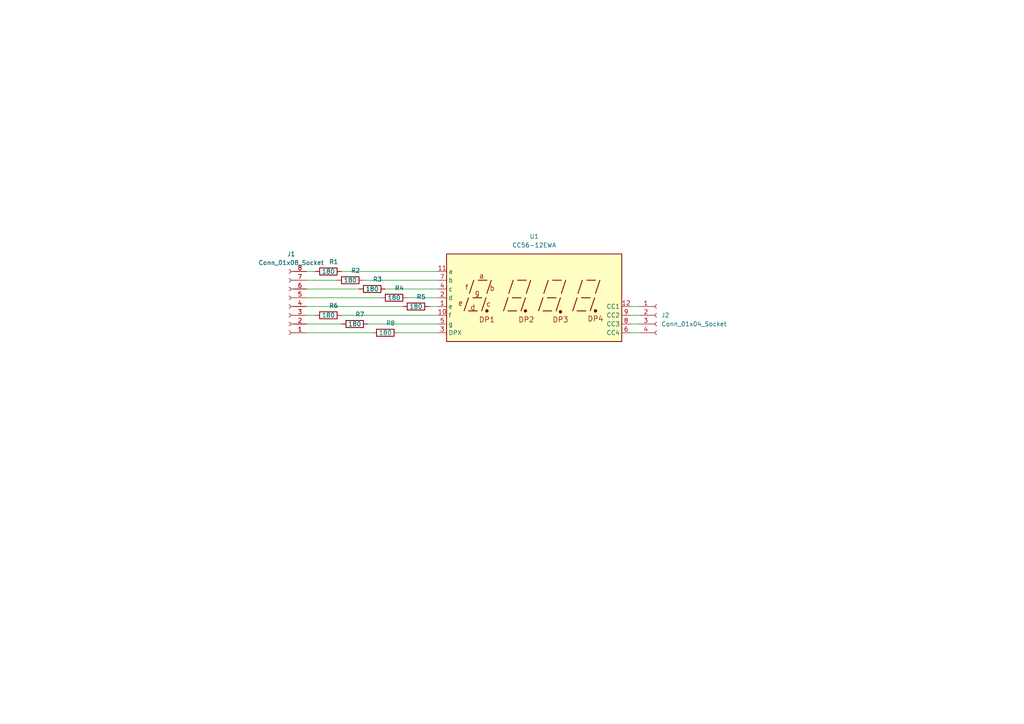
<source format=kicad_sch>
(kicad_sch (version 20231120) (generator "eeschema") (generator_version "8.0")
  (paper "A4")
  (lib_symbols
    (symbol "Connector:Conn_01x04_Socket" (pin_names (offset 1.016) hide)
      (property "Reference" "J" (at 0 5.08 0))
      (property "Value" "Conn_01x04_Socket" (at 0 -7.62 0))
      (symbol "Conn_01x04_Socket_1_1"
        (arc (start 0 -4.572) (mid -0.5058 -5.08) (end 0 -5.588) (stroke (width 0.1524)))
        (arc (start 0 -2.032) (mid -0.5058 -2.54) (end 0 -3.048) (stroke (width 0.1524)))
        (polyline (pts (xy -1.27 -5.08) (xy -0.508 -5.08)) (stroke (width 0.1524)))
        (polyline (pts (xy -1.27 -2.54) (xy -0.508 -2.54)) (stroke (width 0.1524)))
        (polyline (pts (xy -1.27 0) (xy -0.508 0)) (stroke (width 0.1524)))
        (polyline (pts (xy -1.27 2.54) (xy -0.508 2.54)) (stroke (width 0.1524)))
        (arc (start 0 0.508) (mid -0.5058 0) (end 0 -0.508) (stroke (width 0.1524)))
        (arc (start 0 3.048) (mid -0.5058 2.54) (end 0 2.032) (stroke (width 0.1524)))
        (pin passive line (at -5.08 2.54 0) (length 3.81) (name "Pin_1") (number "1"))
        (pin passive line (at -5.08 0 0) (length 3.81) (name "Pin_2") (number "2"))
        (pin passive line (at -5.08 -2.54 0) (length 3.81) (name "Pin_3") (number "3"))
        (pin passive line (at -5.08 -5.08 0) (length 3.81) (name "Pin_4") (number "4"))
      )
    )
    (symbol "Connector:Conn_01x08_Socket" (pin_names (offset 1.016) hide)
      (property "Reference" "J" (at 0 10.16 0))
      (property "Value" "Conn_01x08_Socket" (at 0 -12.7 0))
      (symbol "Conn_01x08_Socket_1_1"
        (arc (start 0 -9.652) (mid -0.5058 -10.16) (end 0 -10.668) (stroke (width 0.1524)))
        (arc (start 0 -7.112) (mid -0.5058 -7.62) (end 0 -8.128) (stroke (width 0.1524)))
        (arc (start 0 -4.572) (mid -0.5058 -5.08) (end 0 -5.588) (stroke (width 0.1524)))
        (arc (start 0 -2.032) (mid -0.5058 -2.54) (end 0 -3.048) (stroke (width 0.1524)))
        (polyline (pts (xy -1.27 -10.16) (xy -0.508 -10.16)) (stroke (width 0.1524)))
        (polyline (pts (xy -1.27 -7.62) (xy -0.508 -7.62)) (stroke (width 0.1524)))
        (polyline (pts (xy -1.27 -5.08) (xy -0.508 -5.08)) (stroke (width 0.1524)))
        (polyline (pts (xy -1.27 -2.54) (xy -0.508 -2.54)) (stroke (width 0.1524)))
        (polyline (pts (xy -1.27 0) (xy -0.508 0)) (stroke (width 0.1524)))
        (polyline (pts (xy -1.27 2.54) (xy -0.508 2.54)) (stroke (width 0.1524)))
        (polyline (pts (xy -1.27 5.08) (xy -0.508 5.08)) (stroke (width 0.1524)))
        (polyline (pts (xy -1.27 7.62) (xy -0.508 7.62)) (stroke (width 0.1524)))
        (arc (start 0 0.508) (mid -0.5058 0) (end 0 -0.508) (stroke (width 0.1524)))
        (arc (start 0 3.048) (mid -0.5058 2.54) (end 0 2.032) (stroke (width 0.1524)))
        (arc (start 0 5.588) (mid -0.5058 5.08) (end 0 4.572) (stroke (width 0.1524)))
        (arc (start 0 8.128) (mid -0.5058 7.62) (end 0 7.112) (stroke (width 0.1524)))
        (pin passive line (at -5.08 7.62 0) (length 3.81) (name "Pin_1") (number "1"))
        (pin passive line (at -5.08 5.08 0) (length 3.81) (name "Pin_2") (number "2"))
        (pin passive line (at -5.08 2.54 0) (length 3.81) (name "Pin_3") (number "3"))
        (pin passive line (at -5.08 0 0) (length 3.81) (name "Pin_4") (number "4"))
        (pin passive line (at -5.08 -2.54 0) (length 3.81) (name "Pin_5") (number "5"))
        (pin passive line (at -5.08 -5.08 0) (length 3.81) (name "Pin_6") (number "6"))
        (pin passive line (at -5.08 -7.62 0) (length 3.81) (name "Pin_7") (number "7"))
        (pin passive line (at -5.08 -10.16 0) (length 3.81) (name "Pin_8") (number "8"))
      )
    )
    (symbol "Device:R" (pin_numbers hide) (pin_names (offset 0))
      (property "Reference" "R" (at 2.032 0 90))
      (property "Value" "R" (at 0 0 90))
      (symbol "R_0_1"
        (rectangle (start -1.016 -2.54) (end 1.016 2.54) (stroke (width 0.254)))
      )
      (symbol "R_1_1"
        (pin passive line (at 0 3.81 270) (length 1.27) (name "~") (number "1"))
        (pin passive line (at 0 -3.81 90) (length 1.27) (name "~") (number "2"))
      )
    )
    (symbol "Display_Character:CC56-12EWA"
      (property "Reference" "U" (at -24.13 13.97 0))
      (property "Value" "CC56-12EWA" (at 19.05 13.97 0))
      (symbol "CC56-12EWA_0_0"
        (rectangle (start -25.4 12.7) (end 25.4 -12.7) (stroke (width 0.254)) (fill (type background)))
        (polyline (pts (xy -20.32 -3.81) (xy -19.05 0)) (stroke (width 0.254)))
        (polyline (pts (xy -19.05 -3.81) (xy -16.51 -3.81)) (stroke (width 0.254)))
        (polyline (pts (xy -18.796 1.27) (xy -17.526 5.08)) (stroke (width 0.254)))
        (polyline (pts (xy -17.78 0) (xy -15.24 0)) (stroke (width 0.254)))
        (polyline (pts (xy -16.256 5.08) (xy -13.716 5.08)) (stroke (width 0.254)))
        (polyline (pts (xy -15.24 -3.81) (xy -13.97 0)) (stroke (width 0.254)))
        (polyline (pts (xy -13.716 1.27) (xy -12.446 5.08)) (stroke (width 0.254)))
        (polyline (pts (xy -8.89 -3.81) (xy -7.62 0)) (stroke (width 0.254)))
        (polyline (pts (xy -7.62 -3.81) (xy -5.08 -3.81)) (stroke (width 0.254)))
        (polyline (pts (xy -7.366 1.27) (xy -6.096 5.08)) (stroke (width 0.254)))
        (polyline (pts (xy -6.35 0) (xy -3.81 0)) (stroke (width 0.254)))
        (polyline (pts (xy -4.826 5.08) (xy -2.286 5.08)) (stroke (width 0.254)))
        (polyline (pts (xy -3.81 -3.81) (xy -2.54 0)) (stroke (width 0.254)))
        (polyline (pts (xy -2.286 1.27) (xy -1.016 5.08)) (stroke (width 0.254)))
        (polyline (pts (xy 1.27 -3.81) (xy 2.54 0)) (stroke (width 0.254)))
        (polyline (pts (xy 2.54 -3.81) (xy 5.08 -3.81)) (stroke (width 0.254)))
        (polyline (pts (xy 2.794 1.27) (xy 4.064 5.08)) (stroke (width 0.254)))
        (polyline (pts (xy 3.81 0) (xy 6.35 0)) (stroke (width 0.254)))
        (polyline (pts (xy 5.334 5.08) (xy 7.874 5.08)) (stroke (width 0.254)))
        (polyline (pts (xy 6.35 -3.81) (xy 7.62 0)) (stroke (width 0.254)))
        (polyline (pts (xy 7.874 1.27) (xy 9.144 5.08)) (stroke (width 0.254)))
        (polyline (pts (xy 11.176 -3.81) (xy 12.446 0)) (stroke (width 0.254)))
        (polyline (pts (xy 12.446 -3.81) (xy 14.986 -3.81)) (stroke (width 0.254)))
        (polyline (pts (xy 12.7 1.27) (xy 13.97 5.08)) (stroke (width 0.254)))
        (polyline (pts (xy 13.716 0) (xy 16.256 0)) (stroke (width 0.254)))
        (polyline (pts (xy 15.24 5.08) (xy 17.78 5.08)) (stroke (width 0.254)))
        (polyline (pts (xy 16.256 -3.81) (xy 17.526 0)) (stroke (width 0.254)))
        (polyline (pts (xy 17.78 1.27) (xy 19.05 5.08)) (stroke (width 0.254)))
        (text "a" (at -15.24 6.35 0) (effects (font (size 1.524 1.524))))
        (text "b" (at -12.192 2.794 0) (effects (font (size 1.524 1.524))))
        (text "c" (at -13.208 -1.778 0) (effects (font (size 1.524 1.524))))
        (text "d" (at -17.78 -2.794 0) (effects (font (size 1.524 1.524))))
        (text "DP1" (at -13.716 -6.35 0) (effects (font (size 1.524 1.524))))
        (text "DP2" (at -2.286 -6.35 0) (effects (font (size 1.524 1.524))))
        (text "DP3" (at 7.62 -6.35 0) (effects (font (size 1.524 1.524))))
        (text "DP4" (at 17.78 -6.096 0) (effects (font (size 1.524 1.524))))
        (text "e" (at -21.336 -1.524 0) (effects (font (size 1.524 1.524))))
        (text "f" (at -19.558 3.048 0) (effects (font (size 1.524 1.524))))
        (text "g" (at -16.51 1.524 0) (effects (font (size 1.524 1.524))))
      )
      (symbol "CC56-12EWA_0_1"
        (circle (center -13.716 -3.81) (radius 0.3556) (stroke (width 0.254)) (fill (type outline)))
        (circle (center -2.54 -3.81) (radius 0.3556) (stroke (width 0.254)) (fill (type outline)))
      )
      (symbol "CC56-12EWA_1_0"
        (circle (center 7.62 -4.064) (radius 0.3556) (stroke (width 0.254)) (fill (type outline)))
        (circle (center 17.78 -3.81) (radius 0.3556) (stroke (width 0.254)) (fill (type outline)))
      )
      (symbol "CC56-12EWA_1_1"
        (pin input line (at -27.94 -2.54 0) (length 2.54) (name "e") (number "1"))
        (pin input line (at -27.94 -5.08 0) (length 2.54) (name "f") (number "10"))
        (pin input line (at -27.94 7.62 0) (length 2.54) (name "a") (number "11"))
        (pin input line (at 27.94 -2.54 180) (length 2.54) (name "CC1") (number "12"))
        (pin input line (at -27.94 0 0) (length 2.54) (name "d") (number "2"))
        (pin input line (at -27.94 -10.16 0) (length 2.54) (name "DPX") (number "3"))
        (pin input line (at -27.94 2.54 0) (length 2.54) (name "c") (number "4"))
        (pin input line (at -27.94 -7.62 0) (length 2.54) (name "g") (number "5"))
        (pin input line (at 27.94 -10.16 180) (length 2.54) (name "CC4") (number "6"))
        (pin input line (at -27.94 5.08 0) (length 2.54) (name "b") (number "7"))
        (pin input line (at 27.94 -7.62 180) (length 2.54) (name "CC3") (number "8"))
        (pin input line (at 27.94 -5.08 180) (length 2.54) (name "CC2") (number "9"))
      )
    )
  )
  (wire (pts (xy 185.42 93.98) (xy 182.88 93.98)))
  (wire (pts (xy 115.57 96.52) (xy 127 96.52)))
  (wire (pts (xy 88.9 96.52) (xy 107.95 96.52)))
  (wire (pts (xy 99.06 91.44) (xy 127 91.44)))
  (wire (pts (xy 88.9 81.28) (xy 97.79 81.28)))
  (wire (pts (xy 105.41 81.28) (xy 127 81.28)))
  (wire (pts (xy 88.9 78.74) (xy 91.44 78.74)))
  (wire (pts (xy 185.42 91.44) (xy 182.88 91.44)))
  (wire (pts (xy 99.06 78.74) (xy 127 78.74)))
  (wire (pts (xy 185.42 96.52) (xy 182.88 96.52)))
  (wire (pts (xy 118.11 86.36) (xy 127 86.36)))
  (wire (pts (xy 88.9 93.98) (xy 99.06 93.98)))
  (wire (pts (xy 185.42 88.9) (xy 182.88 88.9)))
  (wire (pts (xy 106.68 93.98) (xy 127 93.98)))
  (wire (pts (xy 111.76 83.82) (xy 127 83.82)))
  (wire (pts (xy 124.46 88.9) (xy 127 88.9)))
  (wire (pts (xy 88.9 88.9) (xy 116.84 88.9)))
  (wire (pts (xy 88.9 86.36) (xy 110.49 86.36)))
  (wire (pts (xy 88.9 91.44) (xy 91.44 91.44)))
  (wire (pts (xy 88.9 83.82) (xy 104.14 83.82)))
  (symbol (lib_id "Device:R") (at 107.95 83.82 90) (unit 1)
    (property "Reference" "R3" (at 109.474 81.026 90))
    (property "Value" "180" (at 107.95 83.82 90))
    (property "Footprint" "Resistor_SMD:R_0603_1608Metric" (effects (hide yes)))
    (property "Description" "Resistor" (effects (hide yes)))
  )
  (symbol (lib_id "Display_Character:CC56-12EWA") (at 154.94 86.36 0) (unit 1)
    (property "Reference" "U1" (at 154.94 68.58 0))
    (property "Value" "CC56-12EWA" (at 154.94 71.12 0))
    (property "Footprint" "Display_7Segment:CA56-12EWA" (effects (hide yes)))
    (property "Datasheet" "http://www.kingbrightusa.com/images/catalog/SPEC/CA56-12EWA.pdf" (effects (hide yes)))
    (property "Description" "4 digit 7 segment high efficiency red LED, common cathode" (effects (hide yes)))
  )
  (symbol (lib_id "Device:R") (at 101.6 81.28 90) (unit 1)
    (property "Reference" "R2" (at 103.124 78.486 90))
    (property "Value" "180" (at 101.6 81.28 90))
    (property "Footprint" "Resistor_SMD:R_0603_1608Metric" (effects (hide yes)))
    (property "Description" "Resistor" (effects (hide yes)))
  )
  (symbol (lib_id "Connector:Conn_01x08_Socket") (at 83.82 88.9 180) (unit 1)
    (property "Reference" "J1" (at 84.455 73.66 0))
    (property "Value" "Conn_01x08_Socket" (at 84.455 76.2 0))
    (property "Footprint" "Connector_PinHeader_2.54mm:PinHeader_1x08_P2.54mm_Vertical" (effects (hide yes)))
    (property "Description" "Generic connector, single row, 01x08, script generated" (effects (hide yes)))
  )
  (symbol (lib_id "Connector:Conn_01x04_Socket") (at 190.5 91.44 0) (unit 1)
    (property "Reference" "J2" (at 191.77 91.4399 0) (effects (justify left)))
    (property "Value" "Conn_01x04_Socket" (at 191.77 93.9799 0) (effects (justify left)))
    (property "Footprint" "Connector_PinHeader_2.54mm:PinHeader_1x04_P2.54mm_Vertical" (effects (hide yes)))
    (property "Description" "Generic connector, single row, 01x04, script generated" (effects (hide yes)))
  )
  (symbol (lib_id "Device:R") (at 120.65 88.9 90) (unit 1)
    (property "Reference" "R5" (at 122.174 86.106 90))
    (property "Value" "180" (at 120.65 88.9 90))
    (property "Footprint" "Resistor_SMD:R_0603_1608Metric" (effects (hide yes)))
    (property "Description" "Resistor" (effects (hide yes)))
  )
  (symbol (lib_id "Device:R") (at 111.76 96.52 90) (unit 1)
    (property "Reference" "R8" (at 113.284 93.726 90))
    (property "Value" "180" (at 111.76 96.52 90))
    (property "Footprint" "Resistor_SMD:R_0603_1608Metric" (effects (hide yes)))
    (property "Description" "Resistor" (effects (hide yes)))
  )
  (symbol (lib_id "Device:R") (at 114.3 86.36 90) (unit 1)
    (property "Reference" "R4" (at 115.824 83.566 90))
    (property "Value" "180" (at 114.3 86.36 90))
    (property "Footprint" "Resistor_SMD:R_0603_1608Metric" (effects (hide yes)))
    (property "Description" "Resistor" (effects (hide yes)))
  )
  (symbol (lib_id "Device:R") (at 95.25 78.74 90) (unit 1)
    (property "Reference" "R1" (at 96.774 75.946 90))
    (property "Value" "180" (at 95.25 78.74 90))
    (property "Footprint" "Resistor_SMD:R_0603_1608Metric" (effects (hide yes)))
    (property "Description" "Resistor" (effects (hide yes)))
  )
  (symbol (lib_id "Device:R") (at 102.87 93.98 90) (unit 1)
    (property "Reference" "R7" (at 104.394 91.186 90))
    (property "Value" "180" (at 102.87 93.98 90))
    (property "Footprint" "Resistor_SMD:R_0603_1608Metric" (effects (hide yes)))
    (property "Description" "Resistor" (effects (hide yes)))
  )
  (symbol (lib_id "Device:R") (at 95.25 91.44 90) (unit 1)
    (property "Reference" "R6" (at 96.774 88.646 90))
    (property "Value" "180" (at 95.25 91.44 90))
    (property "Footprint" "Resistor_SMD:R_0603_1608Metric" (effects (hide yes)))
    (property "Description" "Resistor" (effects (hide yes)))
  )
)
</source>
